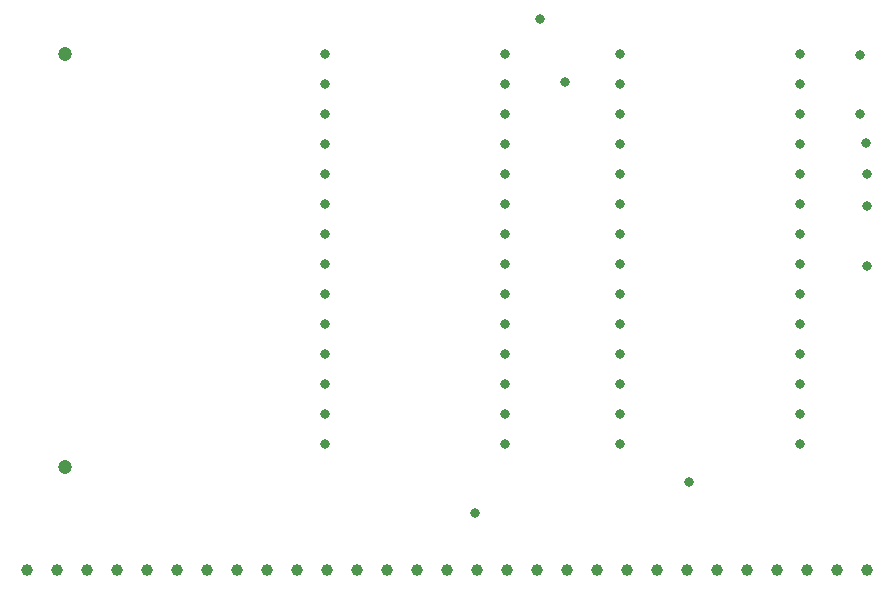
<source format=gbr>
%TF.GenerationSoftware,KiCad,Pcbnew,5.1.10*%
%TF.CreationDate,2021-11-30T18:31:46+01:00*%
%TF.ProjectId,Speichermodul_C,53706569-6368-4657-926d-6f64756c5f43,1*%
%TF.SameCoordinates,Original*%
%TF.FileFunction,Plated,1,2,PTH,Drill*%
%TF.FilePolarity,Positive*%
%FSLAX46Y46*%
G04 Gerber Fmt 4.6, Leading zero omitted, Abs format (unit mm)*
G04 Created by KiCad (PCBNEW 5.1.10) date 2021-11-30 18:31:46*
%MOMM*%
%LPD*%
G01*
G04 APERTURE LIST*
%TA.AperFunction,ComponentDrill*%
%ADD10C,0.800000*%
%TD*%
%TA.AperFunction,ViaDrill*%
%ADD11C,0.800000*%
%TD*%
%TA.AperFunction,ComponentDrill*%
%ADD12C,1.000000*%
%TD*%
%TA.AperFunction,ComponentDrill*%
%ADD13C,1.200000*%
%TD*%
G04 APERTURE END LIST*
D10*
%TO.C,U3*%
X142700000Y-91440000D03*
X142700000Y-93980000D03*
X142700000Y-96520000D03*
X142700000Y-99060000D03*
X142700000Y-101600000D03*
X142700000Y-104140000D03*
X142700000Y-106680000D03*
X142700000Y-109220000D03*
X142700000Y-111760000D03*
X142700000Y-114300000D03*
X142700000Y-116840000D03*
X142700000Y-119380000D03*
X142700000Y-121920000D03*
X142700000Y-124460000D03*
%TD*%
D11*
X155400000Y-130300000D03*
D10*
%TO.C,U3*%
X157940000Y-91440000D03*
X157940000Y-93980000D03*
X157940000Y-96520000D03*
X157940000Y-99060000D03*
X157940000Y-101600000D03*
X157940000Y-104140000D03*
X157940000Y-106680000D03*
X157940000Y-109220000D03*
X157940000Y-111760000D03*
X157940000Y-114300000D03*
X157940000Y-116840000D03*
X157940000Y-119380000D03*
X157940000Y-121920000D03*
X157940000Y-124460000D03*
%TD*%
D11*
X160900000Y-88500000D03*
X163000000Y-93800000D03*
D10*
%TO.C,U2*%
X167640000Y-91440000D03*
X167640000Y-93980000D03*
X167640000Y-96520000D03*
X167640000Y-99060000D03*
X167640000Y-101600000D03*
X167640000Y-104140000D03*
X167640000Y-106680000D03*
X167640000Y-109220000D03*
X167640000Y-111760000D03*
X167640000Y-114300000D03*
X167640000Y-116840000D03*
X167640000Y-119380000D03*
X167640000Y-121920000D03*
X167640000Y-124460000D03*
%TD*%
D11*
X173500000Y-127700000D03*
D10*
%TO.C,U2*%
X182880000Y-91440000D03*
X182880000Y-93980000D03*
X182880000Y-96520000D03*
X182880000Y-99060000D03*
X182880000Y-101600000D03*
X182880000Y-104140000D03*
X182880000Y-106680000D03*
X182880000Y-109220000D03*
X182880000Y-111760000D03*
X182880000Y-114300000D03*
X182880000Y-116840000D03*
X182880000Y-119380000D03*
X182880000Y-121920000D03*
X182880000Y-124460000D03*
%TO.C,C3*%
X187960000Y-91520000D03*
X187960000Y-96520000D03*
%TD*%
D11*
X188500000Y-99000000D03*
X188600000Y-101600000D03*
X188600000Y-104300000D03*
X188600000Y-109400000D03*
D12*
%TO.C,X10*%
X117470000Y-135160000D03*
X120010000Y-135160000D03*
X122550000Y-135160000D03*
X125090000Y-135160000D03*
X127630000Y-135160000D03*
X130170000Y-135160000D03*
X132710000Y-135160000D03*
X135250000Y-135160000D03*
X137790000Y-135160000D03*
X140330000Y-135160000D03*
X142870000Y-135160000D03*
X145410000Y-135160000D03*
X147950000Y-135160000D03*
X150490000Y-135160000D03*
X153030000Y-135160000D03*
X155570000Y-135160000D03*
X158110000Y-135160000D03*
X160650000Y-135160000D03*
X163190000Y-135160000D03*
X165730000Y-135160000D03*
X168270000Y-135160000D03*
X170810000Y-135160000D03*
X173350000Y-135160000D03*
X175890000Y-135160000D03*
X178430000Y-135160000D03*
X180970000Y-135160000D03*
X183510000Y-135160000D03*
X186050000Y-135160000D03*
X188590000Y-135160000D03*
D13*
%TO.C,C5*%
X120650000Y-91440000D03*
X120650000Y-126440000D03*
M02*

</source>
